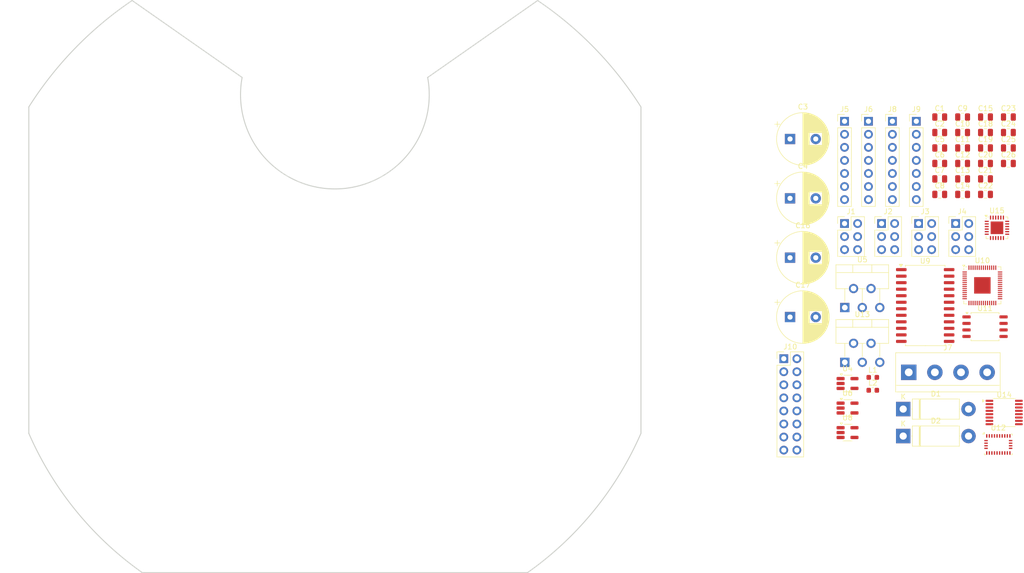
<source format=kicad_pcb>
(kicad_pcb
	(version 20240108)
	(generator "pcbnew")
	(generator_version "8.0")
	(general
		(thickness 1.6)
		(legacy_teardrops no)
	)
	(paper "A4")
	(layers
		(0 "F.Cu" signal)
		(31 "B.Cu" signal)
		(32 "B.Adhes" user "B.Adhesive")
		(33 "F.Adhes" user "F.Adhesive")
		(34 "B.Paste" user)
		(35 "F.Paste" user)
		(36 "B.SilkS" user "B.Silkscreen")
		(37 "F.SilkS" user "F.Silkscreen")
		(38 "B.Mask" user)
		(39 "F.Mask" user)
		(40 "Dwgs.User" user "User.Drawings")
		(41 "Cmts.User" user "User.Comments")
		(42 "Eco1.User" user "User.Eco1")
		(43 "Eco2.User" user "User.Eco2")
		(44 "Edge.Cuts" user)
		(45 "Margin" user)
		(46 "B.CrtYd" user "B.Courtyard")
		(47 "F.CrtYd" user "F.Courtyard")
		(48 "B.Fab" user)
		(49 "F.Fab" user)
		(50 "User.1" user)
		(51 "User.2" user)
		(52 "User.3" user)
		(53 "User.4" user)
		(54 "User.5" user)
		(55 "User.6" user)
		(56 "User.7" user)
		(57 "User.8" user)
		(58 "User.9" user)
	)
	(setup
		(pad_to_mask_clearance 0)
		(allow_soldermask_bridges_in_footprints no)
		(pcbplotparams
			(layerselection 0x00010fc_ffffffff)
			(plot_on_all_layers_selection 0x0000000_00000000)
			(disableapertmacros no)
			(usegerberextensions no)
			(usegerberattributes yes)
			(usegerberadvancedattributes yes)
			(creategerberjobfile yes)
			(dashed_line_dash_ratio 12.000000)
			(dashed_line_gap_ratio 3.000000)
			(svgprecision 4)
			(plotframeref no)
			(viasonmask no)
			(mode 1)
			(useauxorigin no)
			(hpglpennumber 1)
			(hpglpenspeed 20)
			(hpglpendiameter 15.000000)
			(pdf_front_fp_property_popups yes)
			(pdf_back_fp_property_popups yes)
			(dxfpolygonmode yes)
			(dxfimperialunits yes)
			(dxfusepcbnewfont yes)
			(psnegative no)
			(psa4output no)
			(plotreference yes)
			(plotvalue yes)
			(plotfptext yes)
			(plotinvisibletext no)
			(sketchpadsonfab no)
			(subtractmaskfromsilk no)
			(outputformat 1)
			(mirror no)
			(drillshape 1)
			(scaleselection 1)
			(outputdirectory "")
		)
	)
	(net 0 "")
	(net 1 "+5V")
	(net 2 "-BATT")
	(net 3 "Net-(M1-+)")
	(net 4 "+BATT")
	(net 5 "Net-(J5-Pin_2)")
	(net 6 "Net-(J8-Pin_2)")
	(net 7 "Net-(U12-CAP)")
	(net 8 "+3.3V")
	(net 9 "Net-(C11-Pad2)")
	(net 10 "Net-(U10-XIN)")
	(net 11 "Net-(U10-VREG_VOUT)")
	(net 12 "Net-(D1-K)")
	(net 13 "Net-(D2-K)")
	(net 14 "Bumper-F-R")
	(net 15 "US-Dist-Echo-Front")
	(net 16 "US-Dist-Trig-Front")
	(net 17 "Bumper-F-L")
	(net 18 "Net-(J2-Pin_2)")
	(net 19 "Net-(J2-Pin_1)")
	(net 20 "Net-(J2-Pin_6)")
	(net 21 "Net-(J2-Pin_3)")
	(net 22 "Net-(J2-Pin_4)")
	(net 23 "Net-(J2-Pin_5)")
	(net 24 "Bumper-B-R")
	(net 25 "US-Dist-Echo-Back")
	(net 26 "US-Dist-Trig-Back")
	(net 27 "Bumper-B-L")
	(net 28 "Net-(J4-Pin_6)")
	(net 29 "Net-(J4-Pin_1)")
	(net 30 "Net-(J4-Pin_3)")
	(net 31 "Net-(J4-Pin_4)")
	(net 32 "Net-(J4-Pin_5)")
	(net 33 "Net-(J4-Pin_2)")
	(net 34 "BottleDoor-UserButton-1")
	(net 35 "BottleDoor-Contact-1")
	(net 36 "BottleDoor-User-LED-1")
	(net 37 "BottleDoor-ServoPWM-1")
	(net 38 "Net-(J6-Pin_4)")
	(net 39 "Net-(J6-Pin_2)")
	(net 40 "Net-(J6-Pin_5)")
	(net 41 "Net-(J6-Pin_6)")
	(net 42 "Net-(J6-Pin_7)")
	(net 43 "Net-(J6-Pin_3)")
	(net 44 "Net-(J6-Pin_1)")
	(net 45 "Net-(J7-Pin_3)")
	(net 46 "Net-(J7-Pin_4)")
	(net 47 "Net-(J7-Pin_2)")
	(net 48 "Net-(J7-Pin_1)")
	(net 49 "BottleDoor-UserButton-2")
	(net 50 "BottleDoor-Contact-2")
	(net 51 "BottleDoor-User-LED-2")
	(net 52 "BottleDoor-ServoPWM-2")
	(net 53 "Net-(J9-Pin_6)")
	(net 54 "Net-(J9-Pin_3)")
	(net 55 "Net-(J9-Pin_4)")
	(net 56 "Net-(J9-Pin_2)")
	(net 57 "Net-(J9-Pin_1)")
	(net 58 "Net-(J9-Pin_5)")
	(net 59 "Net-(J9-Pin_7)")
	(net 60 "unconnected-(J10-Pin_2-Pad2)")
	(net 61 "unconnected-(J10-Pin_15-Pad15)")
	(net 62 "unconnected-(J10-Pin_9-Pad9)")
	(net 63 "unconnected-(J10-Pin_14-Pad14)")
	(net 64 "unconnected-(J10-Pin_3-Pad3)")
	(net 65 "unconnected-(J10-Pin_8-Pad8)")
	(net 66 "unconnected-(J10-Pin_10-Pad10)")
	(net 67 "ChargeArm-PowerSwitch")
	(net 68 "unconnected-(U4-~{FLG}-Pad3)")
	(net 69 "unconnected-(U4-GND-Pad2)")
	(net 70 "unconnected-(U6-GND-Pad2)")
	(net 71 "BottleDoor-PowerSwitch-1")
	(net 72 "unconnected-(U6-~{FLG}-Pad3)")
	(net 73 "unconnected-(U8-GND-Pad2)")
	(net 74 "BottleDoor-PowerSwitch-2")
	(net 75 "unconnected-(U8-~{FLG}-Pad3)")
	(net 76 "unconnected-(U9-IO0_3-Pad7)")
	(net 77 "I2C-SCL")
	(net 78 "unconnected-(U9-IO1_0-Pad13)")
	(net 79 "unconnected-(U9-IO0_1-Pad5)")
	(net 80 "unconnected-(U9-IO0_6-Pad10)")
	(net 81 "Net-(U1-GPIO22{slash}SDIO_CLK)")
	(net 82 "unconnected-(U9-IO0_7-Pad11)")
	(net 83 "unconnected-(U9-IO0_0-Pad4)")
	(net 84 "I2C-SDA")
	(net 85 "unconnected-(U9-IO0_2-Pad6)")
	(net 86 "unconnected-(U10-GPIO22-Pad34)")
	(net 87 "Net-(U10-XOUT)")
	(net 88 "unconnected-(U10-GPIO18-Pad29)")
	(net 89 "unconnected-(U10-GPIO28_ADC2-Pad40)")
	(net 90 "Motor-SpreadChop")
	(net 91 "unconnected-(U10-GPIO14-Pad17)")
	(net 92 "unconnected-(U10-GPIO26_ADC0-Pad38)")
	(net 93 "Net-(U10-QSPI_SS)")
	(net 94 "unconnected-(U10-GPIO27_ADC1-Pad39)")
	(net 95 "Motor-EN")
	(net 96 "Net-(U10-USB_DM)")
	(net 97 "unconnected-(U10-GPIO25-Pad37)")
	(net 98 "Motor-DIAG")
	(net 99 "unconnected-(U10-GPIO13-Pad16)")
	(net 100 "unconnected-(U10-GPIO17-Pad28)")
	(net 101 "unconnected-(U10-GPIO20-Pad31)")
	(net 102 "Net-(U10-QSPI_SD0)")
	(net 103 "unconnected-(U10-GPIO23-Pad35)")
	(net 104 "MotionC-RST")
	(net 105 "Net-(U10-QSPI_SD2)")
	(net 106 "Motor-1Wire-UART")
	(net 107 "unconnected-(U10-GPIO24-Pad36)")
	(net 108 "Net-(U10-QSPI_SD3)")
	(net 109 "Net-(U10-GPIO0)")
	(net 110 "Net-(U10-QSPI_SD1)")
	(net 111 "unconnected-(U10-GPIO19-Pad30)")
	(net 112 "Net-(U10-QSPI_SCLK)")
	(net 113 "Motor-Dir")
	(net 114 "Motor-IDX")
	(net 115 "Net-(U10-USB_DP)")
	(net 116 "unconnected-(U10-GPIO21-Pad32)")
	(net 117 "unconnected-(U10-SWCLK-Pad24)")
	(net 118 "unconnected-(U10-GPIO15-Pad18)")
	(net 119 "unconnected-(U10-GPIO16-Pad27)")
	(net 120 "unconnected-(U10-SWD-Pad25)")
	(net 121 "Motor-Step")
	(net 122 "unconnected-(U10-GPIO29_ADC3-Pad41)")
	(net 123 "DrivePermission")
	(net 124 "unconnected-(U11-GND-Pad4)")
	(net 125 "unconnected-(U12-PIN15-Pad15)")
	(net 126 "unconnected-(U12-PIN22-Pad22)")
	(net 127 "unconnected-(U12-PIN24-Pad24)")
	(net 128 "unconnected-(U12-BL_IND-Pad10)")
	(net 129 "unconnected-(U12-XIN32-Pad27)")
	(net 130 "Net-(U12-~{BOOT_LOAD_PIN})")
	(net 131 "unconnected-(U12-PIN23-Pad23)")
	(net 132 "Net-(U12-~{RESET})")
	(net 133 "unconnected-(U12-PIN12-Pad12)")
	(net 134 "unconnected-(U12-PIN7-Pad7)")
	(net 135 "unconnected-(U12-PIN1-Pad1)")
	(net 136 "unconnected-(U12-PIN13-Pad13)")
	(net 137 "IMU-INT")
	(net 138 "unconnected-(U12-PIN21-Pad21)")
	(net 139 "unconnected-(U12-PIN8-Pad8)")
	(net 140 "unconnected-(U12-XOUT32-Pad26)")
	(net 141 "unconnected-(U12-PIN16-Pad16)")
	(net 142 "Net-(U14-IN+-Pad1)")
	(net 143 "PowerMonAlert")
	(net 144 "Net-(U14-IN--Pad14)")
	(net 145 "unconnected-(U14-NC-Pad13)")
	(net 146 "unconnected-(U15-TTC-Pad7)")
	(net 147 "unconnected-(U15-ACP-Pad2)")
	(net 148 "unconnected-(U15-~{PG}-Pad8)")
	(net 149 "unconnected-(U15-ISET2-Pad15)")
	(net 150 "unconnected-(U15-VCC-Pad24)")
	(net 151 "unconnected-(U15-SRN-Pad13)")
	(net 152 "unconnected-(U15-STAT1-Pad5)")
	(net 153 "Net-(U15-GND-Pad17)")
	(net 154 "unconnected-(U15-REGN-Pad18)")
	(net 155 "unconnected-(U15-ACN-Pad1)")
	(net 156 "unconnected-(U15-SRP-Pad14)")
	(net 157 "unconnected-(U15-~{ACDRV}-Pad3)")
	(net 158 "unconnected-(U15-ISET1-Pad11)")
	(net 159 "unconnected-(U15-PH-Pad20)")
	(net 160 "unconnected-(U15-CE-Pad4)")
	(net 161 "unconnected-(U15-STAT2-Pad9)")
	(net 162 "unconnected-(U15-HIDRV-Pad21)")
	(net 163 "unconnected-(U15-VREF-Pad10)")
	(net 164 "unconnected-(U15-~{BATDRV}-Pad23)")
	(net 165 "unconnected-(U15-LODRV-Pad19)")
	(net 166 "unconnected-(U15-BTST-Pad22)")
	(net 167 "unconnected-(U15-VFB-Pad12)")
	(net 168 "unconnected-(U15-TS-Pad6)")
	(net 169 "unconnected-(U15-ACSET-Pad16)")
	(footprint "Inductor_SMD:L_0603_1608Metric" (layer "F.Cu") (at 242.345 110.2925))
	(footprint "Capacitor_SMD:C_0805_2012Metric" (layer "F.Cu") (at 259.805 63.1525))
	(footprint "Package_TO_SOT_THT:TO-220-5_P3.4x3.7mm_StaggerOdd_Lead3.8mm_Vertical" (layer "F.Cu") (at 236.905 104.8525))
	(footprint "Capacitor_SMD:C_0805_2012Metric" (layer "F.Cu") (at 255.355 69.1725))
	(footprint "Connector_PinHeader_2.54mm:PinHeader_1x07_P2.54mm_Vertical" (layer "F.Cu") (at 250.805 57.9525))
	(footprint "Connector_PinHeader_2.54mm:PinHeader_2x03_P2.54mm_Vertical" (layer "F.Cu") (at 236.855 77.8525))
	(footprint "Package_TO_SOT_THT:TO-220-5_P3.4x3.7mm_StaggerOdd_Lead3.8mm_Vertical" (layer "F.Cu") (at 236.905 94.2025))
	(footprint "Connector_PinHeader_2.54mm:PinHeader_1x07_P2.54mm_Vertical" (layer "F.Cu") (at 241.505 57.9525))
	(footprint "Package_SO:TSSOP-16_4.4x5mm_P0.65mm" (layer "F.Cu") (at 267.88 114.6225))
	(footprint "Capacitor_SMD:C_0805_2012Metric" (layer "F.Cu") (at 268.705 60.1425))
	(footprint "Capacitor_SMD:C_0805_2012Metric" (layer "F.Cu") (at 259.805 69.1725))
	(footprint "Capacitor_THT:CP_Radial_D10.0mm_P5.00mm" (layer "F.Cu") (at 226.259646 72.9525))
	(footprint "Capacitor_SMD:C_0805_2012Metric" (layer "F.Cu") (at 255.355 72.1825))
	(footprint "Capacitor_SMD:C_0805_2012Metric" (layer "F.Cu") (at 264.255 57.1325))
	(footprint "Capacitor_SMD:C_0805_2012Metric" (layer "F.Cu") (at 259.805 60.1425))
	(footprint "Connector_PinHeader_2.54mm:PinHeader_1x07_P2.54mm_Vertical" (layer "F.Cu") (at 246.155 57.9525))
	(footprint "Connector_PinHeader_2.54mm:PinHeader_1x07_P2.54mm_Vertical" (layer "F.Cu") (at 236.855 57.9525))
	(footprint "Capacitor_SMD:C_0805_2012Metric" (layer "F.Cu") (at 264.255 60.1425))
	(footprint "Connector_PinHeader_2.54mm:PinHeader_2x08_P2.54mm_Vertical" (layer "F.Cu") (at 225.045 104.1525))
	(footprint "Capacitor_SMD:C_0805_2012Metric" (layer "F.Cu") (at 255.355 57.1325))
	(footprint "Capacitor_SMD:C_0805_2012Metric" (layer "F.Cu") (at 259.805 57.1325))
	(footprint "Package_TO_SOT_SMD:SOT-23-5_HandSoldering" (layer "F.Cu") (at 237.435 108.9775))
	(footprint "Capacitor_SMD:C_0805_2012Metric" (layer "F.Cu") (at 268.705 66.1625))
	(footprint "TerminalBlock:TerminalBlock_bornier-4_P5.08mm" (layer "F.Cu") (at 249.335 106.8025))
	(footprint "Capacitor_SMD:C_0805_2012Metric" (layer "F.Cu") (at 264.255 69.1725))
	(footprint "Inductor_SMD:L_0603_1608Metric" (layer "F.Cu") (at 242.345 107.7825))
	(footprint "Capacitor_SMD:C_0805_2012Metric" (layer "F.Cu") (at 264.255 66.1625))
	(footprint "Capacitor_SMD:C_0805_2012Metric" (layer "F.Cu") (at 268.705 63.1525))
	(footprint "Capacitor_THT:CP_Radial_D10.0mm_P5.00mm"
		(layer "F.Cu")
		(uuid "94f19e35-dc82-4819-a13d-e11360fc2829")
		(at 226.259646 84.5025)
		(descr "CP, Radial series, Radial, pin pitch=5.00mm, , diameter=10mm, Electrolytic Capacitor")
		(tags "CP Radial series Radial pin pitch 5.00mm  diameter 10mm Electrolytic Capacitor")
		(property "Reference" "C16"
			(at 2.5 -6.25 0)
			(layer "F.SilkS")
			(uuid "3d1d84ba-f7e8-4869-88a4-b8264f4adb8e")
			(effects
				(font
					(size 1 1)
					(thickness 0.15)
				)
			)
		)
		(property "Value" "680uF"
			(at 2.5 6.25 0)
			(layer "F.Fab")
			(uuid "334ba5bd-0b41-4a0e-be71-ea0056f36749")
			(effects
				(font
					(size 1 1)
					(thickness 0.15)
				)
			)
		)
		(property "Footprint" "Capacitor_THT:CP_Radial_D10.0mm_P5.00mm"
			(at 0 0 0)
			(unlocked yes)
			(layer "F.Fab")
			(hide yes)
			(uuid "feefbf6b-3fb7-449e-af5c-5d13da479c2c")
			(effects
				(font
					(size 1.27 1.27)
					(thickness 0.15)
				)
			)
		)
		(property "Datasheet" ""
			(at 0 0 0)
			(unlocked yes)
			(layer "F.Fab")
			(hide yes)
			(uuid "f47e140a-94fb-4470-b191-dbcc4cb11ed4")
			(effects
				(font
					(size 1.27 1.27)
					(thickness 0.15)
				)
			)
		)
		(property "Description" "Polarized capacitor"
			(at 0 0 0)
			(unlocked yes)
			(layer "F.Fab")
			(hide yes)
			(uuid "41428ef0-5d25-4b46-8e6a-676a4e6a1114")
			(effects
				(font
					(size 1.27 1.27)
					(thickness 0.15)
				)
			)
		)
		(property ki_fp_filters "CP_*")
		(path "/70889110-19bd-433a-b31a-572b1fa0c70a")
		(sheetname "Stammblatt")
		(sheetfile "monorail.kicad_sch")
		(attr through_hole)
		(fp_line
			(start -2.979646 -2.875)
			(end -1.979646 -2.875)
			(stroke
				(width 0.12)
				(type solid)
			)
			(layer "F.SilkS")
			(uuid "a22348fb-2dde-4346-abd4-b2ea477d2afa")
		)
		(fp_line
			(start -2.479646 -3.375)
			(end -2.479646 -2.375)
			(stroke
				(width 0.12)
				(type solid)
			)
			(layer "F.SilkS")
			(uuid "44330ca6-64c0-488c-95cc-0b6349f96b99")
		)
		(fp_line
			(start 2.5 -5.08)
			(end 2.5 5.08)
			(stroke
				(width 0.12)
				(type solid)
			)
			(layer "F.SilkS")
			(uuid "ad2f1721-a5c0-4162-ba63-abab80977fb3")
		)
		(fp_line
			(start 2.54 -5.08)
			(end 2.54 5.08)
			(stroke
				(width 0.12)
				(type solid)
			)
			(layer "F.SilkS")
			(uuid "0fcd2f99-4325-4bae-9a3c-443a329bfa90")
		)
		(fp_line
			(start 2.58 -5.08)
			(end 2.58 5.08)
			(stroke
				(width 0.12)
				(type solid)
			)
			(layer "F.SilkS")
			(uuid "2fe7087d-e847-4926-9ad7-897aec840b1a")
		)
		(fp_line
			(start 2.62 -5.079)
			(end 2.62 5.079)
			(stroke
				(width 0.12)
				(type solid)
			)
			(layer "F.SilkS")
			(uuid "4dfafc37-01cf-4741-a22f-2e44d6a8803b")
		)
		(fp_line
			(start 2.66 -5.078)
			(end 2.66 5.078)
			(stroke
				(width 0.12)
				(type solid)
			)
			(layer "F.SilkS")
			(uuid "15e2c931-dff7-46d6-8fc9-a18e9990b59d")
		)
		(fp_line
			(start 2.7 -5.077)
			(end 2.7 5.077)
			(stroke
				(width 0.12)
				(type solid)
			)
			(layer "F.SilkS")
			(uuid "caf34238-624d-4b99-baa7-e2475fc20325")
		)
		(fp_line
			(start 2.74 -5.075)
			(end 2.74 5.075)
			(stroke
				(width 0.12)
				(type solid)
			)
			(layer "F.SilkS")
			(uuid "e60d76c8-e724-4ca7-ac12-5674d75db786")
		)
		(fp_line
			(start 2.78 -5.073)
			(end 2.78 5.073)
			(stroke
				(width 0.12)
				(type solid)
			)
			(layer "F.SilkS")
			(uuid "b0463d1e-3cd7-4c0d-b9d5-27f9911c60f3")
		)
		(fp_line
			(start 2.82 -5.07)
			(end 2.82 5.07)
			(stroke
				(width 0.12)
				(type solid)
			)
			(layer "F.SilkS")
			(uuid "74a9f774-4f84-4fee-8ef9-37263977d39d")
		)
		(fp_line
			(start 2.86 -5.068)
			(end 2.86 5.068)
			(stroke
				(width 0.12)
				(type solid)
			)
			(layer "F.SilkS")
			(uuid "a2f70bc1-1057-45fe-a802-5be47b76b571")
		)
		(fp_line
			(start 2.9 -5.065)
			(end 2.9 5.065)
			(stroke
				(width 0.12)
				(type solid)
			)
			(layer "F.SilkS")
			(uuid "37c763d0-4247-4c94-a926-07837ca834b9")
		)
		(fp_line
			(start 2.94 -5.062)
			(end 2.94 5.062)
			(stroke
				(width 0.12)
				(type solid)
			)
			(layer "F.SilkS")
			(uuid "237edcf0-35e6-4418-abb0-a82a767a5b39")
		)
		(fp_line
			(start 2.98 -5.058)
			(end 2.98 5.058)
			(stroke
				(width 0.12)
				(type solid)
			)
			(layer "F.SilkS")
			(uuid "d0663a10-a52b-4264-981c-5bd995763e65")
		)
		(fp_line
			(start 3.02 -5.054)
			(end 3.02 5.054)
			(stroke
				(width 0.12)
				(type solid)
			)
			(layer "F.SilkS")
			(uuid "9d4257fe-de3f-40df-a3d9-9645a91fc8b7")
		)
		(fp_line
			(start 3.06 -5.05)
			(end 3.06 5.05)
			(stroke
				(width 0.12)
				(type solid)
			)
			(layer "F.SilkS")
			(uuid "6544af77-9a35-457b-a322-a17afc2e7f38")
		)
		(fp_line
			(start 3.1 -5.045)
			(end 3.1 5.045)
			(stroke
				(width 0.12)
				(type solid)
			)
			(layer "F.SilkS")
			(uuid "db1891a8-5702-4af2-a786-578c1e0a5cce")
		)
		(fp_line
			(start 3.14 -5.04)
			(end 3.14 5.04)
			(stroke
				(width 0.12)
				(type solid)
			)
			(layer "F.SilkS")
			(uuid "0718d3a0-7df2-4d56-98f7-57b99b518b58")
		)
		(fp_line
			(start 3.18 -5.035)
			(end 3.18 5.035)
			(stroke
				(width 0.12)
				(type solid)
			)
			(layer "F.SilkS")
			(uuid "353ed51d-f048-4004-813e-17ed0c78e097")
		)
		(fp_line
			(start 3.221 -5.03)
			(end 3.221 5.03)
			(stroke
				(width 0.12)
				(type solid)
			)
			(layer "F.SilkS")
			(uuid "4cde579f-f899-41dc-9ef9-9dd55c8e020c")
		)
		(fp_line
			(start 3.261 -5.024)
			(end 3.261 5.024)
			(stroke
				(width 0.12)
				(type solid)
			)
			(layer "F.SilkS")
			(uuid "db178f10-e5da-4e9f-befc-46c58622c767")
		)
		(fp_line
			(start 3.301 -5.018)
			(end 3.301 5.018)
			(stroke
				(width 0.12)
				(type solid)
			)
			(layer "F.SilkS")
			(uuid "5fc65197-c8c9-426e-9828-6f1921416c60")
		)
		
... [260918 chars truncated]
</source>
